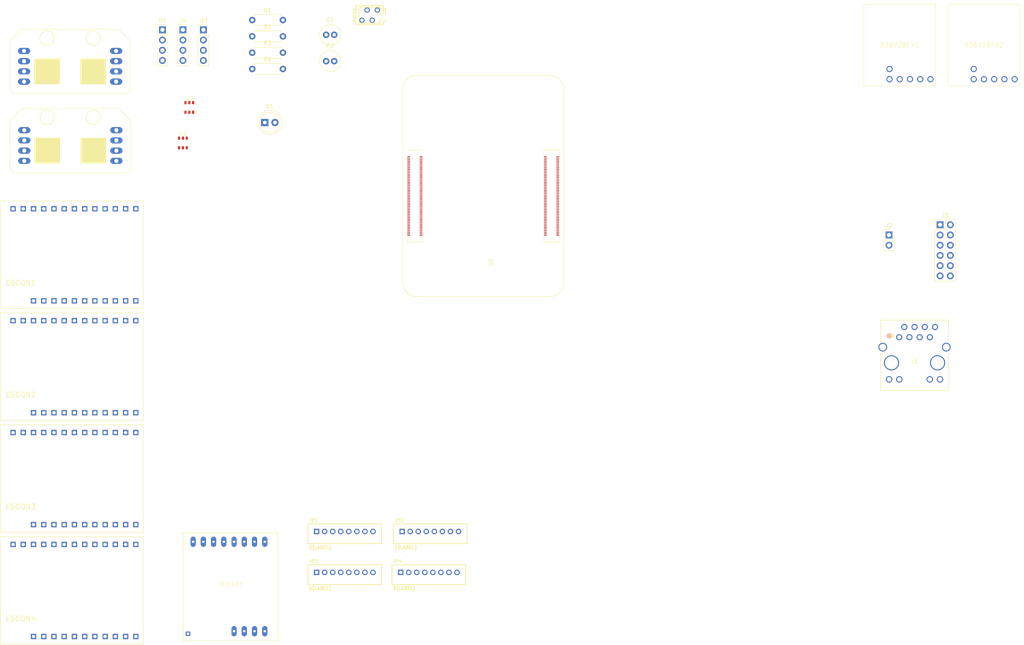
<source format=kicad_pcb>
(kicad_pcb (version 20221018) (generator pcbnew)
  (title_block (title "Compute Module 4 Carrier - Bohlebots BigBrother") (rev "v01") (comment 4 "Author: Tom Korbmacher"))
  (layers (0 "F.Cu" signal) (31 "B.Cu" signal) (34 "B.Paste" user) (35 "F.Paste" user) (36 "B.SilkS" user "B.Silkscreen") (37 "F.SilkS" user "F.Silkscreen") (38 "B.Mask" user) (39 "F.Mask" user) (44 "Edge.Cuts" user))
  (net 0 "")
  (net 1 "Net-(J1-RCT)")
  (net 2 "GND")
  (net 3 "16V")
  (net 4 "Net-(D1-K)")
  (net 5 "3.3V")
  (net 8 "5V")
  (net 11 "Net-(ESCON1-M1)")
  (net 12 "Net-(ESCON1-M2)")
  (net 13 "Net-(ESCON1-M3)")
  (net 14 "Net-(ESCON1-+5V)")
  (net 15 "Net-(ESCON1-H1)")
  (net 16 "Net-(ESCON1-H2)")
  (net 17 "Net-(ESCON1-H3)")
  (net 19 "/DIR1")
  (net 20 "/ENA")
  (net 21 "/PWM1")
  (net 22 "Net-(ESCON2-M1)")
  (net 23 "Net-(ESCON2-M2)")
  (net 24 "Net-(ESCON2-M3)")
  (net 25 "Net-(ESCON2-+5V)")
  (net 26 "Net-(ESCON2-H1)")
  (net 27 "Net-(ESCON2-H2)")
  (net 28 "Net-(ESCON2-H3)")
  (net 30 "Net-(ESCON3-M1)")
  (net 31 "Net-(ESCON3-M2)")
  (net 32 "Net-(ESCON3-M3)")
  (net 33 "Net-(ESCON3-+5V)")
  (net 34 "Net-(ESCON3-H1)")
  (net 35 "Net-(ESCON3-H2)")
  (net 36 "Net-(ESCON3-H3)")
  (net 38 "Net-(ESCON4-M1)")
  (net 39 "Net-(ESCON4-M2)")
  (net 40 "Net-(ESCON4-M3)")
  (net 41 "Net-(ESCON4-+5V)")
  (net 42 "Net-(ESCON4-H1)")
  (net 43 "Net-(ESCON4-H2)")
  (net 44 "Net-(ESCON4-H3)")
  (net 48 "/TD_P")
  (net 49 "/TD_N")
  (net 51 "/RD_P")
  (net 52 "/RD_N")
  (net 53 "/SPI0_SCLK")
  (net 54 "/SPI0_MOSI")
  (net 55 "/UART0_TXD")
  (net 56 "/SPI0_MISO")
  (net 57 "/UART0_RXD")
  (net 58 "/SPI0_CE0")
  (net 59 "/USB_OTG_ID")
  (net 60 "/SPI0_CE1")
  (net 61 "/nRPIBOOT")
  (net 62 "/SDA")
  (net 63 "/SCL")
  (net 64 "/KICK")
  (net 65 "/LED_nACT")
  (net 66 "/3.3v")
  (net 132 "/USB_P")
  (net 134 "/USB_N")
  (net 144 "Net-(U1A-CM4_1.8V_Out-Pad88)")
  (net 146 "Net-(U1A-CM4_3.3V_Out-Pad84)")
  (net 172 "/DIR4")
  (net 173 "/PWM4")
  (net 174 "/DIR3")
  (net 175 "/PWM3")
  (net 176 "/DIR2")
  (net 177 "/PWM2")
  (net 188 "Net-(U5-D1-)")
  (footprint "bohlebots:D36V28FX" (layer "F.Cu") (at 259.8 40.04)
    (fp_text reference "D36V28FX2")
    (fp_text value "3.3V")
  )
  (footprint "bohlebots:B8B-PH-K" (layer "F.Cu") (at 103.68 165.1)
    (fp_text reference "JP3")
    (fp_text value "B8B-PH-K")
  )
  (footprint "Connector_PinHeader_2.54mm:PinHeader_1x04_P2.54mm_Vertical" (layer "F.Cu") (at 63.5 30.31)
    (fp_text reference "J4")
    (fp_text value "I2C_Conn_1x04")
  )
  (footprint "bohlebots-rpi-cm4-carrier:SOT26" (layer "F.Cu") (at 63.5 58.42)
    (fp_text reference "U5")
    (fp_text value "DT1446-04SO-7")
  )
  (footprint "bohlebots:B8B-PH-K" (layer "F.Cu") (at 124.54 165.1)
    (fp_text reference "JP4")
    (fp_text value "B8B-PH-K")
  )
  (footprint "bohlebots:ESCOM_24_2" (layer "F.Cu") (at 36.58 87.469)
    (fp_text reference "ESCON1")
    (fp_text value "24_2" hide)
  )
  (footprint "RPi_Compute_Module_4:Raspberry-Pi-4-Compute-Module" (layer "F.Cu") (at 138.0465 71.5875)
    (fp_text reference "U1")
    (fp_text value "Compute_Module_4_Connectors")
  )
  (footprint "Resistor_THT:R_Axial_DIN0207_L6.3mm_D2.5mm_P7.62mm_Horizontal" (layer "F.Cu") (at 80.71 35.99)
    (fp_text reference "R3")
    (fp_text value "10k")
  )
  (footprint "bohlebots:D36V28FX" (layer "F.Cu") (at 238.9 40.04)
    (fp_text reference "D36V28FX1")
    (fp_text value "5V")
  )
  (footprint "Connector_PinHeader_2.54mm:PinHeader_2x06_P2.54mm_Vertical" (layer "F.Cu") (at 251.46 78.74)
    (fp_text reference "J3")
    (fp_text value "IO_Conn_02x05")
  )
  (footprint "bohlebots:B8B-PH-K" (layer "F.Cu") (at 103.68 154.94)
    (fp_text reference "JP1")
    (fp_text value "B8B-PH-K")
  )
  (footprint "bohlebots:ESCOM_24_2" (layer "F.Cu") (at 36.58 115.266)
    (fp_text reference "ESCON2")
    (fp_text value "24_2" hide)
  )
  (footprint "Resistor_THT:R_Axial_DIN0207_L6.3mm_D2.5mm_P7.62mm_Horizontal" (layer "F.Cu") (at 80.71 27.89)
    (fp_text reference "R1")
    (fp_text value "10k")
  )
  (footprint "bohlebots:KICKER" (layer "F.Cu") (at 63.5 182.88)
    (fp_text reference "K1" hide)
    (fp_text value "Kicker" hide)
  )
  (footprint "Resistor_THT:R_Axial_DIN0207_L6.3mm_D2.5mm_P7.62mm_Horizontal" (layer "F.Cu") (at 80.71 40.04)
    (fp_text reference "R4")
    (fp_text value "1k")
  )
  (footprint "bohlebots-rpi-cm4-carrier:SOT26" (layer "F.Cu") (at 65.09 49.6)
    (fp_text reference "U3")
    (fp_text value "DT1446-04SO-7")
  )
  (footprint "bohlebots:PinHeader_1x04_P2.54mm_Vertical" (layer "F.Cu") (at 58.42 30.31)
    (fp_text reference "H1")
    (fp_text value "Pinhead_1x04V")
  )
  (footprint "bohlebots:ESCOM_24_2" (layer "F.Cu") (at 36.58 170.86)
    (fp_text reference "ESCON4")
    (fp_text value "24_2" hide)
  )
  (footprint "bohlebots:ESCOM_24_2" (layer "F.Cu") (at 36.58 143.063)
    (fp_text reference "ESCON3")
    (fp_text value "24_2" hide)
  )
  (footprint "Resistor_THT:R_Axial_DIN0207_L6.3mm_D2.5mm_P7.62mm_Horizontal" (layer "F.Cu") (at 80.71 31.94)
    (fp_text reference "R2")
    (fp_text value "10k")
  )
  (footprint "Capacitor_THT:C_Radial_D5.0mm_H11.0mm_P2.00mm" (layer "F.Cu") (at 99.06 31.55)
    (fp_text reference "C1")
    (fp_text value "100n")
  )
  (footprint "Connector_PinHeader_2.54mm:PinHeader_1x04_P2.54mm_Vertical" (layer "F.Cu") (at 68.58 30.31)
    (fp_text reference "U2")
    (fp_text value "USB_Conn_01x05_Pin")
  )
  (footprint "bohlebots:TASTER_LED" (layer "F.Cu") (at 35.5 36.195)
    (fp_text reference "T1" hide)
    (fp_text value "Taster_LED" hide)
  )
  (footprint "bohlebots:MICROMATCH-4" (layer "F.Cu") (at 109.22 27.94)
    (fp_text reference "X1" hide)
    (fp_text value "Miromatch" hide)
  )
  (footprint "Connector_PinHeader_2.54mm:PinHeader_1x02_P2.54mm_Vertical" (layer "F.Cu") (at 238.76 81.28)
    (fp_text reference "J2")
    (fp_text value "power_reference")
  )
  (footprint "SI_46001_F:CONN_46001-F_BEL" (layer "F.Cu") (at 241.3 106.68)
    (fp_text reference "J1")
    (fp_text value "SI-46001-F")
  )
  (footprint "bohlebots:B8B-PH-K" (layer "F.Cu") (at 124.92 154.94)
    (fp_text reference "JP2")
    (fp_text value "B8B-PH-K")
  )
  (footprint "bohlebots:TASTER_LED" (layer "F.Cu") (at 35.56 55.88)
    (fp_text reference "T2" hide)
    (fp_text value "Taster_LED" hide)
  )
  (footprint "LED_THT:LED_D5.0mm_FlatTop" (layer "F.Cu") (at 83.82 53.34)
    (fp_text reference "D1")
    (fp_text value "LED")
  )
  (footprint "Capacitor_THT:C_Radial_D5.0mm_H11.0mm_P2.00mm" (layer "F.Cu") (at 99.06 38.1)
    (fp_text reference "C2")
    (fp_text value "10u")
  )
)
</source>
